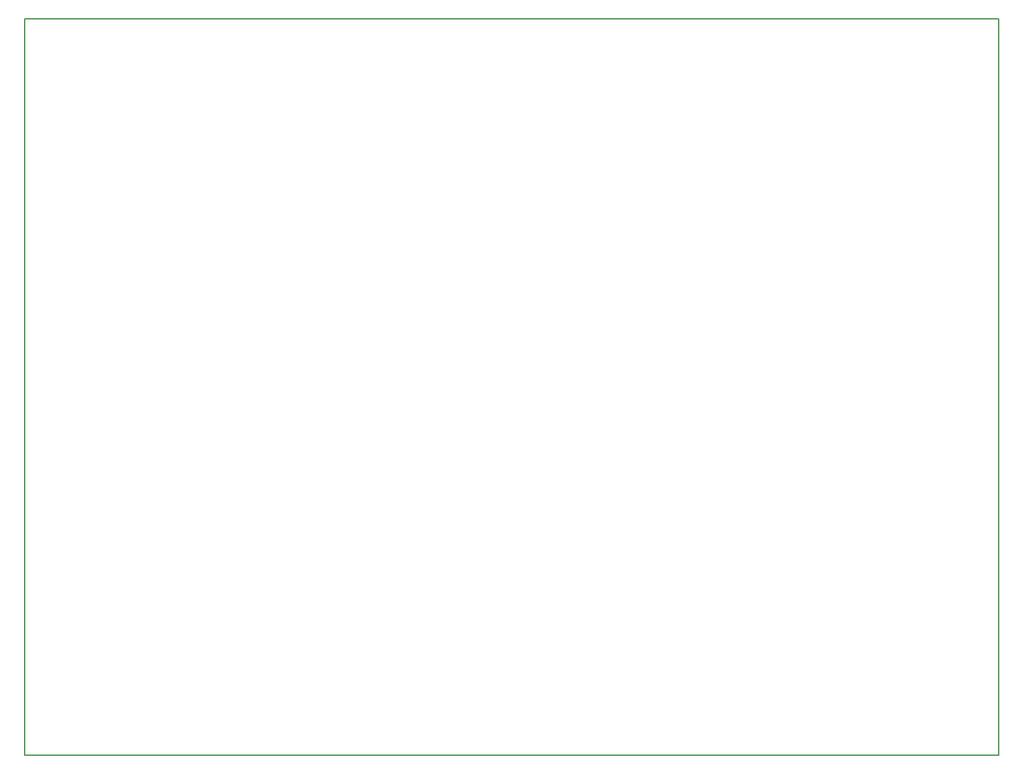
<source format=gbr>
G04 #@! TF.FileFunction,Profile,NP*
%FSLAX46Y46*%
G04 Gerber Fmt 4.6, Leading zero omitted, Abs format (unit mm)*
G04 Created by KiCad (PCBNEW (2015-10-16 BZR 6271)-product) date Sun 21 Feb 2016 04:12:30 PM CET*
%MOMM*%
G01*
G04 APERTURE LIST*
%ADD10C,0.100000*%
%ADD11C,0.150000*%
G04 APERTURE END LIST*
D10*
D11*
X213614000Y-139573000D02*
X86614000Y-139573000D01*
X213614000Y-43561000D02*
X213614000Y-139573000D01*
X86614000Y-43561000D02*
X213614000Y-43561000D01*
X86614000Y-139573000D02*
X86614000Y-43561000D01*
M02*

</source>
